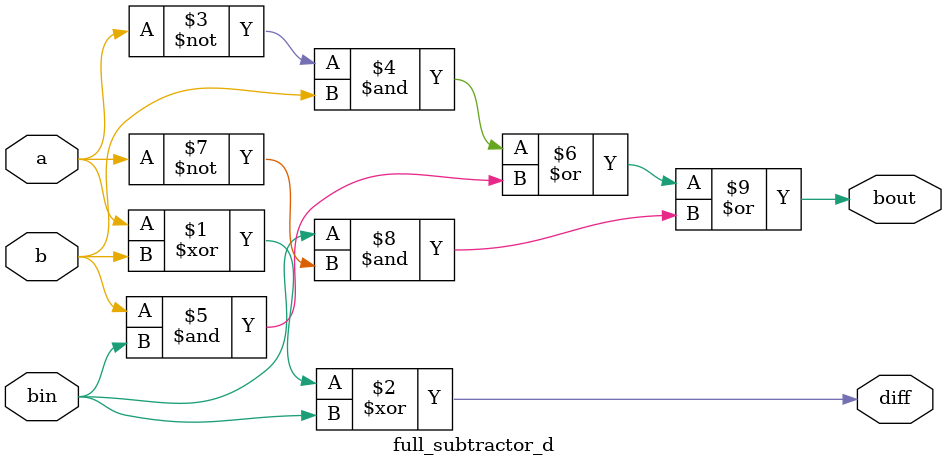
<source format=v>
module full_subtractor_d(a,b,bin,diff,bout);

	input a,b,bin;
	output diff,bout;

	assign {bout,diff}={(~a&b)|(b&bin)|(bin&~a),a^b^bin};
endmodule

</source>
